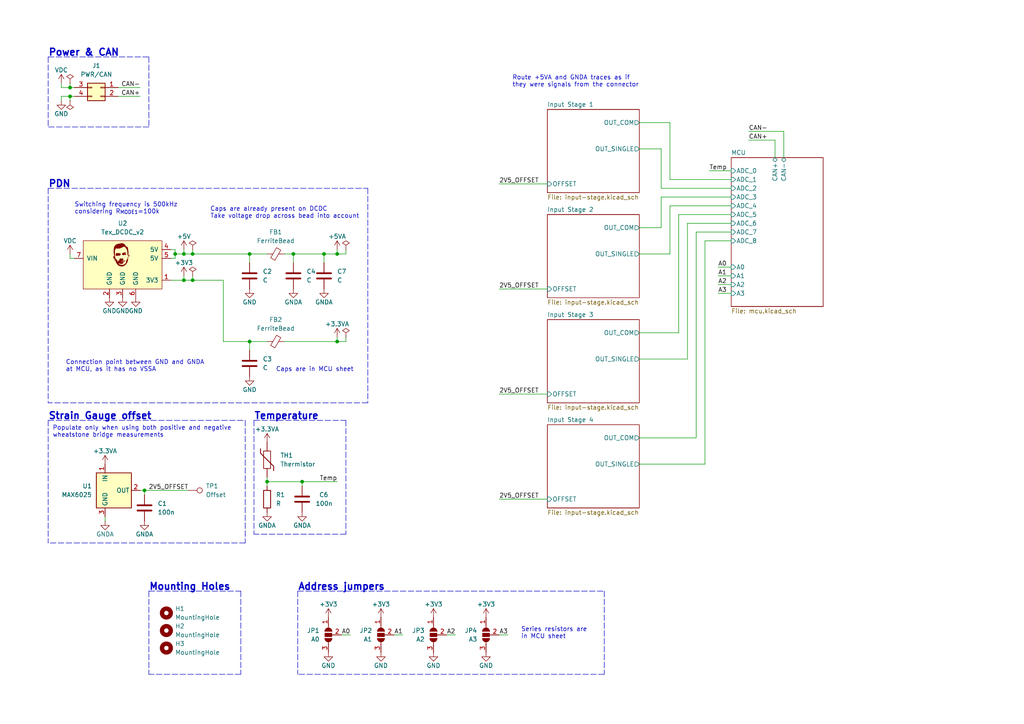
<source format=kicad_sch>
(kicad_sch (version 20211123) (generator eeschema)
  (paper "A4")
  (title_block (title "An2CAN") (date "2022-04-19") (rev "V0") (company "E-Agle TRT") (comment 1 "Thomas Nonis"))
  (lib_symbols
    (symbol "+3.3VA_1" (power) (pin_names (offset 0))
      (property "Value" "+3.3VA_1" (at 0 3.556 0))
      (symbol "+3.3VA_1_1_1"
        (pin power_in line (at 0 0 90) (length 0) hide (name "+3.3VA") (number "1"))
      )
    )
    (symbol "+5VA_1" (power) (pin_names (offset 0))
      (property "Value" "+5VA_1" (at 0 3.556 0))
      (symbol "+5VA_1_1_1"
        (pin power_in line (at 0 0 90) (length 0) hide (name "+5VA") (number "1"))
      )
    )
    (symbol "Connector:TestPoint" (pin_numbers hide) (pin_names (offset 0.762) hide)
      (property "Reference" "TP" (at 0 6.858 0))
      (property "Value" "TestPoint" (at 0 5.08 0))
      (symbol "TestPoint_1_1"
        (pin passive line (at 0 0 90) (length 2.54) (name "1") (number "1"))
      )
    )
    (symbol "Connector_Generic:Conn_02x02_Top_Bottom" (pin_names (offset 1.016) hide)
      (property "Reference" "J" (at 1.27 2.54 0))
      (property "Value" "Conn_02x02_Top_Bottom" (at 1.27 -5.08 0))
      (symbol "Conn_02x02_Top_Bottom_1_1"
        (pin passive line (at -5.08 0 0) (length 3.81) (name "Pin_1") (number "1"))
        (pin passive line (at -5.08 -2.54 0) (length 3.81) (name "Pin_2") (number "2"))
        (pin passive line (at 7.62 0 180) (length 3.81) (name "Pin_3") (number "3"))
        (pin passive line (at 7.62 -2.54 180) (length 3.81) (name "Pin_4") (number "4"))
      )
    )
    (symbol "Device:C" (pin_numbers hide) (pin_names (offset 0.254))
      (property "Reference" "C" (at 0.635 2.54 0))
      (property "Value" "C" (at 0.635 -2.54 0))
      (symbol "C_1_1"
        (pin passive line (at 0 3.81 270) (length 2.794) (name "~") (number "1"))
        (pin passive line (at 0 -3.81 90) (length 2.794) (name "~") (number "2"))
      )
    )
    (symbol "Device:FerriteBead_Small" (pin_numbers hide) (pin_names (offset 0))
      (property "Reference" "FB" (at 1.905 1.27 0))
      (property "Value" "FerriteBead_Small" (at 1.905 -1.27 0))
      (symbol "FerriteBead_Small_1_1"
        (pin passive line (at 0 2.54 270) (length 1.27) (name "~") (number "1"))
        (pin passive line (at 0 -2.54 90) (length 1.27) (name "~") (number "2"))
      )
    )
    (symbol "Device:R" (pin_numbers hide) (pin_names (offset 0))
      (property "Reference" "R" (at 2.032 0 90))
      (property "Value" "R" (at 0 0 90))
      (symbol "R_1_1"
        (pin passive line (at 0 3.81 270) (length 1.27) (name "~") (number "1"))
        (pin passive line (at 0 -3.81 90) (length 1.27) (name "~") (number "2"))
      )
    )
    (symbol "Device:Thermistor" (pin_numbers hide) (pin_names (offset 0))
      (property "Reference" "TH" (at 2.54 1.27 90))
      (property "Value" "Thermistor" (at -2.54 0 90))
      (symbol "Thermistor_1_1"
        (pin passive line (at 0 5.08 270) (length 2.54) (name "~") (number "1"))
        (pin passive line (at 0 -5.08 90) (length 2.54) (name "~") (number "2"))
      )
    )
    (symbol "Eagle_Main:Tex_DCDC_v2" (pin_names (offset 1.016))
      (property "Reference" "U" (at -1.27 12.7 0))
      (property "Value" "Tex_DCDC_v2" (at -1.27 10.16 0))
      (symbol "Tex_DCDC_v2_1_1"
        (pin power_out line (at 13.97 -2.54 180) (length 2.54) (name "3V3") (number "1"))
        (pin power_out line (at -3.81 -7.62 90) (length 2.54) (name "GND") (number "2"))
        (pin power_out line (at 0 -7.62 90) (length 2.54) (name "GND") (number "3"))
        (pin power_out line (at 13.97 6.35 180) (length 2.54) (name "5V") (number "4"))
        (pin power_out line (at 13.97 3.81 180) (length 2.54) (name "5V") (number "5"))
        (pin power_out line (at 3.81 -7.62 90) (length 2.54) (name "GND") (number "6"))
        (pin power_in line (at -13.97 3.81 0) (length 2.54) (name "VIN") (number "7"))
      )
    )
    (symbol "GNDA_1" (power) (pin_names (offset 0))
      (property "Value" "GNDA_1" (at 0 -3.81 0))
      (symbol "GNDA_1_1_1"
        (pin power_in line (at 0 0 270) (length 0) hide (name "GNDA") (number "1"))
      )
    )
    (symbol "Jumper:SolderJumper_3_Open" (pin_names (offset 0) hide)
      (property "Reference" "JP" (at -2.54 -2.54 0))
      (property "Value" "SolderJumper_3_Open" (at 0 2.794 0))
      (symbol "SolderJumper_3_Open_1_1"
        (pin passive line (at -5.08 0 0) (length 2.54) (name "A") (number "1"))
        (pin passive line (at 0 -3.81 90) (length 2.54) (name "C") (number "2"))
        (pin passive line (at 5.08 0 180) (length 2.54) (name "B") (number "3"))
      )
    )
    (symbol "Mechanical:MountingHole" (pin_names (offset 1.016))
      (property "Reference" "H" (at 0 5.08 0))
      (property "Value" "MountingHole" (at 0 3.175 0))
    )
    (symbol "Reference_Voltage:MAX6100"
      (property "Reference" "U" (at 0 6.35 0))
      (property "Value" "MAX6100" (at 2.54 -6.35 0))
      (symbol "MAX6100_1_1"
        (pin power_in line (at -2.54 7.62 270) (length 2.54) (name "IN") (number "1"))
        (pin power_out line (at 7.62 0 180) (length 2.54) (name "OUT") (number "2"))
        (pin power_in line (at -2.54 -7.62 90) (length 2.54) (name "GND") (number "3"))
      )
    )
    (symbol "power:+3.3VA" (power) (pin_names (offset 0))
      (property "Value" "+3.3VA" (at 0 3.556 0))
      (symbol "+3.3VA_1_1"
        (pin power_in line (at 0 0 90) (length 0) hide (name "+3.3VA") (number "1"))
      )
    )
    (symbol "power:+3V3" (power) (pin_names (offset 0))
      (property "Value" "+3V3" (at 0 3.556 0))
      (symbol "+3V3_1_1"
        (pin power_in line (at 0 0 90) (length 0) hide (name "+3V3") (number "1"))
      )
    )
    (symbol "power:+5V" (power) (pin_names (offset 0))
      (property "Value" "+5V" (at 0 3.556 0))
      (symbol "+5V_1_1"
        (pin power_in line (at 0 0 90) (length 0) hide (name "+5V") (number "1"))
      )
    )
    (symbol "power:GND" (power) (pin_names (offset 0))
      (property "Value" "GND" (at 0 -3.81 0))
      (symbol "GND_1_1"
        (pin power_in line (at 0 0 270) (length 0) hide (name "GND") (number "1"))
      )
    )
    (symbol "power:GNDA" (power) (pin_names (offset 0))
      (property "Value" "GNDA" (at 0 -3.81 0))
      (symbol "GNDA_1_1"
        (pin power_in line (at 0 0 270) (length 0) hide (name "GNDA") (number "1"))
      )
    )
    (symbol "power:PWR_FLAG" (power) (pin_numbers hide) (pin_names (offset 0) hide)
      (property "Value" "PWR_FLAG" (at 0 3.81 0))
      (symbol "PWR_FLAG_0_0"
        (pin power_out line (at 0 0 90) (length 0) (name "pwr") (number "1"))
      )
    )
    (symbol "power:VDC" (power) (pin_names (offset 0))
      (property "Value" "VDC" (at 0 6.35 0))
      (symbol "VDC_1_1"
        (pin power_in line (at 0 0 90) (length 0) hide (name "VDC") (number "1"))
      )
    )
  )
  (junction (at 72.39 99.06))
  (junction (at 97.79 73.66))
  (junction (at 55.88 73.66))
  (junction (at 20.32 25.4))
  (junction (at 93.98 73.66))
  (junction (at 87.63 139.7))
  (junction (at 50.8 73.66))
  (junction (at 53.34 73.66))
  (junction (at 53.34 81.28))
  (junction (at 20.32 27.94))
  (junction (at 77.47 139.7))
  (junction (at 55.88 81.28))
  (junction (at 72.39 73.66))
  (junction (at 85.09 73.66))
  (junction (at 97.79 99.06))
  (junction (at 41.91 142.24))
  (wire (pts (xy 87.63 139.7) (xy 97.79 139.7)))
  (wire (pts (xy 34.29 27.94) (xy 40.64 27.94)))
  (wire (pts (xy 77.47 138.43) (xy 77.47 139.7)))
  (polyline (pts (xy 13.97 16.51) (xy 13.97 36.83)))
  (polyline (pts (xy 100.33 154.94) (xy 73.66 154.94)))
  (wire (pts (xy 64.77 99.06) (xy 72.39 99.06)))
  (polyline (pts (xy 86.36 171.45) (xy 175.26 171.45)))
  (wire (pts (xy 87.63 140.97) (xy 87.63 139.7)))
  (wire (pts (xy 40.64 142.24) (xy 41.91 142.24)))
  (wire (pts (xy 201.93 127) (xy 201.93 67.31)))
  (wire (pts (xy 55.88 80.01) (xy 55.88 81.28)))
  (polyline (pts (xy 43.18 16.51) (xy 43.18 36.83)))
  (wire (pts (xy 224.79 40.64) (xy 224.79 45.72)))
  (wire (pts (xy 97.79 97.79) (xy 97.79 99.06)))
  (wire (pts (xy 191.77 54.61) (xy 212.09 54.61)))
  (wire (pts (xy 53.34 80.01) (xy 53.34 81.28)))
  (wire (pts (xy 53.34 73.66) (xy 55.88 73.66)))
  (wire (pts (xy 20.32 24.13) (xy 20.32 25.4)))
  (polyline (pts (xy 43.18 171.45) (xy 69.85 171.45)))
  (wire (pts (xy 194.31 35.56) (xy 194.31 52.07)))
  (wire (pts (xy 20.32 73.66) (xy 20.32 74.93)))
  (wire (pts (xy 194.31 73.66) (xy 194.31 59.69)))
  (wire (pts (xy 20.32 27.94) (xy 21.59 27.94)))
  (polyline (pts (xy 86.36 171.45) (xy 86.36 195.58)))
  (wire (pts (xy 194.31 52.07) (xy 212.09 52.07)))
  (wire (pts (xy 64.77 81.28) (xy 55.88 81.28)))
  (polyline (pts (xy 69.85 171.45) (xy 69.85 195.58)))
  (wire (pts (xy 97.79 73.66) (xy 93.98 73.66)))
  (wire (pts (xy 53.34 72.39) (xy 53.34 73.66)))
  (wire (pts (xy 185.42 73.66) (xy 194.31 73.66)))
  (wire (pts (xy 49.53 72.39) (xy 50.8 72.39)))
  (wire (pts (xy 191.77 43.18) (xy 191.77 54.61)))
  (polyline (pts (xy 71.12 157.48) (xy 13.97 157.48)))
  (wire (pts (xy 55.88 73.66) (xy 72.39 73.66)))
  (polyline (pts (xy 13.97 54.61) (xy 13.97 116.84)))
  (wire (pts (xy 87.63 139.7) (xy 77.47 139.7)))
  (polyline (pts (xy 13.97 16.51) (xy 43.18 16.51)))
  (polyline (pts (xy 71.12 121.92) (xy 71.12 157.48)))
  (wire (pts (xy 217.17 38.1) (xy 227.33 38.1)))
  (wire (pts (xy 53.34 81.28) (xy 49.53 81.28)))
  (wire (pts (xy 144.78 53.34) (xy 158.75 53.34)))
  (wire (pts (xy 185.42 96.52) (xy 196.85 96.52)))
  (wire (pts (xy 53.34 81.28) (xy 55.88 81.28)))
  (wire (pts (xy 50.8 73.66) (xy 53.34 73.66)))
  (wire (pts (xy 20.32 25.4) (xy 21.59 25.4)))
  (wire (pts (xy 17.78 29.21) (xy 17.78 27.94)))
  (wire (pts (xy 144.78 144.78) (xy 158.75 144.78)))
  (wire (pts (xy 196.85 62.23) (xy 212.09 62.23)))
  (wire (pts (xy 100.33 72.39) (xy 100.33 73.66)))
  (wire (pts (xy 17.78 25.4) (xy 20.32 25.4)))
  (wire (pts (xy 144.78 114.3) (xy 158.75 114.3)))
  (wire (pts (xy 64.77 99.06) (xy 64.77 81.28)))
  (wire (pts (xy 185.42 66.04) (xy 191.77 66.04)))
  (wire (pts (xy 185.42 43.18) (xy 191.77 43.18)))
  (wire (pts (xy 204.47 134.62) (xy 185.42 134.62)))
  (wire (pts (xy 199.39 64.77) (xy 199.39 104.14)))
  (polyline (pts (xy 175.26 171.45) (xy 175.26 195.58)))
  (wire (pts (xy 30.48 151.13) (xy 30.48 149.86)))
  (wire (pts (xy 20.32 74.93) (xy 21.59 74.93)))
  (wire (pts (xy 191.77 57.15) (xy 212.09 57.15)))
  (wire (pts (xy 204.47 69.85) (xy 204.47 134.62)))
  (wire (pts (xy 72.39 99.06) (xy 77.47 99.06)))
  (wire (pts (xy 144.78 83.82) (xy 158.75 83.82)))
  (polyline (pts (xy 13.97 121.92) (xy 71.12 121.92)))
  (polyline (pts (xy 69.85 195.58) (xy 43.18 195.58)))
  (wire (pts (xy 185.42 127) (xy 201.93 127)))
  (polyline (pts (xy 175.26 195.58) (xy 86.36 195.58)))
  (wire (pts (xy 72.39 73.66) (xy 77.47 73.66)))
  (polyline (pts (xy 73.66 121.92) (xy 73.66 154.94)))
  (wire (pts (xy 208.28 82.55) (xy 212.09 82.55)))
  (polyline (pts (xy 13.97 121.92) (xy 13.97 157.48)))
  (wire (pts (xy 85.09 76.2) (xy 85.09 73.66)))
  (wire (pts (xy 132.08 184.15) (xy 129.54 184.15)))
  (wire (pts (xy 72.39 101.6) (xy 72.39 99.06)))
  (wire (pts (xy 50.8 73.66) (xy 50.8 72.39)))
  (wire (pts (xy 208.28 85.09) (xy 212.09 85.09)))
  (wire (pts (xy 72.39 76.2) (xy 72.39 73.66)))
  (polyline (pts (xy 106.68 116.84) (xy 13.97 116.84)))
  (wire (pts (xy 147.32 184.15) (xy 144.78 184.15)))
  (wire (pts (xy 49.53 74.93) (xy 50.8 74.93)))
  (wire (pts (xy 77.47 139.7) (xy 77.47 140.97)))
  (wire (pts (xy 82.55 99.06) (xy 97.79 99.06)))
  (wire (pts (xy 199.39 104.14) (xy 185.42 104.14)))
  (wire (pts (xy 41.91 142.24) (xy 41.91 143.51)))
  (wire (pts (xy 212.09 69.85) (xy 204.47 69.85)))
  (wire (pts (xy 85.09 73.66) (xy 93.98 73.66)))
  (wire (pts (xy 205.74 49.53) (xy 212.09 49.53)))
  (wire (pts (xy 185.42 35.56) (xy 194.31 35.56)))
  (wire (pts (xy 101.6 184.15) (xy 99.06 184.15)))
  (polyline (pts (xy 106.68 54.61) (xy 106.68 116.84)))
  (wire (pts (xy 85.09 73.66) (xy 82.55 73.66)))
  (polyline (pts (xy 73.66 121.92) (xy 100.33 121.92)))
  (wire (pts (xy 194.31 59.69) (xy 212.09 59.69)))
  (wire (pts (xy 217.17 40.64) (xy 224.79 40.64)))
  (wire (pts (xy 55.88 72.39) (xy 55.88 73.66)))
  (polyline (pts (xy 13.97 54.61) (xy 106.68 54.61)))
  (wire (pts (xy 227.33 38.1) (xy 227.33 45.72)))
  (wire (pts (xy 50.8 74.93) (xy 50.8 73.66)))
  (wire (pts (xy 17.78 27.94) (xy 20.32 27.94)))
  (wire (pts (xy 196.85 96.52) (xy 196.85 62.23)))
  (wire (pts (xy 100.33 99.06) (xy 97.79 99.06)))
  (wire (pts (xy 212.09 64.77) (xy 199.39 64.77)))
  (wire (pts (xy 17.78 24.13) (xy 17.78 25.4)))
  (wire (pts (xy 208.28 77.47) (xy 212.09 77.47)))
  (wire (pts (xy 100.33 73.66) (xy 97.79 73.66)))
  (wire (pts (xy 201.93 67.31) (xy 212.09 67.31)))
  (polyline (pts (xy 43.18 36.83) (xy 13.97 36.83)))
  (wire (pts (xy 97.79 72.39) (xy 97.79 73.66)))
  (wire (pts (xy 93.98 76.2) (xy 93.98 73.66)))
  (wire (pts (xy 34.29 25.4) (xy 40.64 25.4)))
  (wire (pts (xy 100.33 97.79) (xy 100.33 99.06)))
  (wire (pts (xy 208.28 80.01) (xy 212.09 80.01)))
  (wire (pts (xy 191.77 66.04) (xy 191.77 57.15)))
  (polyline (pts (xy 43.18 171.45) (xy 43.18 195.58)))
  (wire (pts (xy 116.84 184.15) (xy 114.3 184.15)))
  (polyline (pts (xy 100.33 121.92) (xy 100.33 154.94)))
  (wire (pts (xy 41.91 142.24) (xy 54.61 142.24)))
  (wire (pts (xy 20.32 27.94) (xy 20.32 29.21)))
  (text "Power & CAN" (at 13.97 16.51 0) (effects (font (size 2 2) (thickness 0.4) bold) (justify left bottom)))
  (text "PDN" (at 13.97 54.61 0) (effects (font (size 2 2) bold) (justify left bottom)))
  (text "Populate only when using both positive and negative\nwheatstone bridge measurements" (at 15.24 127 0) (effects (font (size 1.27 1.27)) (justify left bottom)))
  (text "Series resistors are\nin MCU sheet" (at 151.13 185.42 0) (effects (font (size 1.27 1.27)) (justify left bottom)))
  (text "Route +5VA and GNDA traces as if\nthey were signals from the connector" (at 148.59 25.4 0) (effects (font (size 1.27 1.27)) (justify left bottom)))
  (text "Connection point between GND and GNDA\nat MCU, as it has no VSSA" (at 19.05 107.95 0) (effects (font (size 1.27 1.27)) (justify left bottom)))
  (text "Mounting Holes" (at 43.18 171.45 0) (effects (font (size 2 2) (thickness 0.4) bold) (justify left bottom)))
  (text "Caps are in MCU sheet" (at 80.01 107.95 0) (effects (font (size 1.27 1.27)) (justify left bottom)))
  (text "Caps are already present on DCDC\nTake voltage drop across bead into account" (at 60.96 63.5 0) (effects (font (size 1.27 1.27)) (justify left bottom)))
  (text "Switching frequency is 500kHz\nconsidering R_{MODE1}=100k" (at 21.59 62.23 0) (effects (font (size 1.27 1.27)) (justify left bottom)))
  (text "Strain Gauge offset" (at 13.97 121.92 0) (effects (font (size 2 2) bold) (justify left bottom)))
  (text "Address jumpers" (at 86.36 171.45 0) (effects (font (size 2 2) (thickness 0.4) bold) (justify left bottom)))
  (text "Temperature" (at 73.66 121.92 0) (effects (font (size 2 2) (thickness 0.4) bold) (justify left bottom)))
  (label "Temp" (at 205.74 49.53 0))
  (label "2V5_OFFSET" (at 54.61 142.24 180))
  (label "A3" (at 208.28 85.09 0))
  (label "CAN+" (at 217.17 40.64 0))
  (label "CAN+" (at 40.64 27.94 180))
  (label "2V5_OFFSET" (at 144.78 83.82 0))
  (label "A0" (at 101.6 184.15 180))
  (label "CAN-" (at 40.64 25.4 180))
  (label "Temp" (at 97.79 139.7 180))
  (label "CAN-" (at 217.17 38.1 0))
  (label "2V5_OFFSET" (at 144.78 144.78 0))
  (label "2V5_OFFSET" (at 144.78 114.3 0))
  (label "A1" (at 208.28 80.01 0))
  (label "A2" (at 132.08 184.15 180))
  (label "A2" (at 208.28 82.55 0))
  (label "A1" (at 116.84 184.15 180))
  (label "A0" (at 208.28 77.47 0))
  (label "A3" (at 147.32 184.15 180))
  (label "2V5_OFFSET" (at 144.78 53.34 0))
  (symbol (lib_name "GNDA_1") (lib_id "power:GNDA") (at 93.98 83.82 0) (unit 1)
    (property "Reference" "#PWR021" (effects hide))
    (property "Value" "GNDA" (at 93.98 87.63 0))
  )
  (symbol (lib_id "power:+3V3") (at 95.25 179.07 0) (mirror y) (unit 1)
    (property "Reference" "#PWR023" (effects hide))
    (property "Value" "+3V3" (at 95.25 175.26 0))
  )
  (symbol (lib_id "Mechanical:MountingHole") (at 48.26 187.96 0) (unit 1)
    (property "Reference" "H3" (at 50.8 186.6899 0) (effects (justify left)))
    (property "Value" "MountingHole" (at 50.8 189.2299 0) (effects (justify left)))
    (property "Footprint" "Eagle_Main:MountingHole_3.2mm_M3_ISO14580" (effects hide))
  )
  (symbol (lib_id "power:GND") (at 140.97 189.23 0) (mirror y) (unit 1)
    (property "Reference" "#PWR032" (effects hide))
    (property "Value" "GND" (at 140.97 193.04 0))
  )
  (symbol (lib_id "Eagle_Main:Tex_DCDC_v2") (at 35.56 78.74 0) (unit 1)
    (property "Reference" "U2" (at 35.56 64.77 0))
    (property "Value" "Tex_DCDC_v2" (at 35.56 67.31 0))
    (property "Footprint" "Eagle_Main:Tex_DCDC_v2_horizontal" (effects hide))
  )
  (symbol (lib_id "power:PWR_FLAG") (at 20.32 29.21 180) (unit 1)
    (property "Reference" "#FLG02" (effects hide))
    (property "Value" "PWR_FLAG" (effects hide))
  )
  (symbol (lib_id "power:GND") (at 125.73 189.23 0) (mirror y) (unit 1)
    (property "Reference" "#PWR030" (effects hide))
    (property "Value" "GND" (at 125.73 193.04 0))
  )
  (symbol (lib_id "power:+5V") (at 53.34 72.39 0) (unit 1)
    (property "Reference" "#PWR012" (effects hide))
    (property "Value" "+5V" (at 53.34 68.58 0))
  )
  (symbol (lib_name "+3.3VA_1") (lib_id "power:+3.3VA") (at 30.48 134.62 0) (unit 1)
    (property "Reference" "#PWR04" (effects hide))
    (property "Value" "+3.3VA" (at 30.48 130.81 0))
  )
  (symbol (lib_name "+5VA_1") (lib_id "power:+5VA") (at 97.79 72.39 0) (unit 1)
    (property "Reference" "#PWR025" (effects hide))
    (property "Value" "+5VA" (at 97.79 68.58 0))
  )
  (symbol (lib_id "power:VDC") (at 20.32 73.66 0) (unit 1)
    (property "Reference" "#PWR03" (effects hide))
    (property "Value" "VDC" (at 20.32 69.85 0))
  )
  (symbol (lib_id "Jumper:SolderJumper_3_Open") (at 125.73 184.15 90) (mirror x) (unit 1)
    (property "Reference" "JP3" (at 123.19 182.8799 90) (effects (justify left)))
    (property "Value" "A2" (at 123.19 185.4199 90) (effects (justify left)))
    (property "Footprint" "Jumper:SolderJumper-3_P1.3mm_Open_RoundedPad1.0x1.5mm" (effects hide))
  )
  (symbol (lib_id "Device:FerriteBead_Small") (at 80.01 99.06 90) (unit 1)
    (property "Reference" "FB2" (at 79.9719 92.71 90))
    (property "Value" "FerriteBead" (at 79.9719 95.25 90))
    (property "Footprint" "Inductor_SMD:L_0603_1608Metric" (effects hide))
  )
  (symbol (lib_id "Mechanical:MountingHole") (at 48.26 177.8 0) (unit 1)
    (property "Reference" "H1" (at 50.8 176.5299 0) (effects (justify left)))
    (property "Value" "MountingHole" (at 50.8 179.0699 0) (effects (justify left)))
    (property "Footprint" "Eagle_Main:MountingHole_3.2mm_M3_ISO14580" (effects hide))
  )
  (symbol (lib_id "Jumper:SolderJumper_3_Open") (at 140.97 184.15 90) (mirror x) (unit 1)
    (property "Reference" "JP4" (at 138.43 182.8799 90) (effects (justify left)))
    (property "Value" "A3" (at 138.43 185.4199 90) (effects (justify left)))
    (property "Footprint" "Jumper:SolderJumper-3_P1.3mm_Open_RoundedPad1.0x1.5mm" (effects hide))
  )
  (symbol (lib_id "power:GND") (at 35.56 86.36 0) (unit 1)
    (property "Reference" "#PWR07" (effects hide))
    (property "Value" "GND" (at 35.56 90.17 0))
  )
  (symbol (lib_id "power:GNDA") (at 77.47 148.59 0) (unit 1)
    (property "Reference" "#PWR017" (effects hide))
    (property "Value" "GNDA" (at 77.47 152.4 0))
  )
  (symbol (lib_id "Device:C") (at 85.09 80.01 0) (unit 1)
    (property "Reference" "C4" (at 88.9 78.7399 0) (effects (justify left)))
    (property "Value" "C" (at 88.9 81.2799 0) (effects (justify left)))
    (property "Footprint" "Capacitor_SMD:C_0805_2012Metric" (effects hide))
  )
  (symbol (lib_id "Jumper:SolderJumper_3_Open") (at 95.25 184.15 90) (mirror x) (unit 1)
    (property "Reference" "JP1" (at 92.71 182.8799 90) (effects (justify left)))
    (property "Value" "A0" (at 92.71 185.4199 90) (effects (justify left)))
    (property "Footprint" "Jumper:SolderJumper-3_P1.3mm_Open_RoundedPad1.0x1.5mm" (effects hide))
  )
  (symbol (lib_id "Reference_Voltage:MAX6100") (at 33.02 142.24 0) (unit 1)
    (property "Reference" "U1" (at 26.67 140.9699 0) (effects (justify right)))
    (property "Value" "MAX6025" (at 26.67 143.5099 0) (effects (justify right)))
    (property "Footprint" "Package_TO_SOT_SMD:SOT-23" (effects hide))
    (property "Datasheet" "docs/datasheets/vref_max6025.pdf" (effects hide))
  )
  (symbol (lib_id "power:PWR_FLAG") (at 20.32 24.13 0) (unit 1)
    (property "Reference" "#FLG01" (effects hide))
    (property "Value" "PWR_FLAG" (effects hide))
  )
  (symbol (lib_id "power:GNDA") (at 87.63 148.59 0) (unit 1)
    (property "Reference" "#PWR020" (effects hide))
    (property "Value" "GNDA" (at 87.63 152.4 0))
  )
  (symbol (lib_id "Device:FerriteBead_Small") (at 80.01 73.66 90) (unit 1)
    (property "Reference" "FB1" (at 79.9719 67.31 90))
    (property "Value" "FerriteBead" (at 79.9719 69.85 90))
    (property "Footprint" "Inductor_SMD:L_0603_1608Metric" (effects hide))
  )
  (symbol (lib_id "power:GND") (at 110.49 189.23 0) (mirror y) (unit 1)
    (property "Reference" "#PWR028" (effects hide))
    (property "Value" "GND" (at 110.49 193.04 0))
  )
  (symbol (lib_id "power:GNDA") (at 30.48 151.13 0) (unit 1)
    (property "Reference" "#PWR05" (effects hide))
    (property "Value" "GNDA" (at 30.48 154.94 0))
  )
  (symbol (lib_id "power:VDC") (at 17.78 24.13 0) (unit 1)
    (property "Reference" "#PWR01" (effects hide))
    (property "Value" "VDC" (at 17.78 20.32 0))
  )
  (symbol (lib_id "power:+3V3") (at 53.34 80.01 0) (unit 1)
    (property "Reference" "#PWR013" (effects hide))
    (property "Value" "+3V3" (at 53.34 76.2 0))
  )
  (symbol (lib_id "power:+3.3VA") (at 77.47 128.27 0) (unit 1)
    (property "Reference" "#PWR016" (effects hide))
    (property "Value" "+3.3VA" (at 77.47 124.46 0))
  )
  (symbol (lib_id "Mechanical:MountingHole") (at 48.26 182.88 0) (unit 1)
    (property "Reference" "H2" (at 50.8 181.6099 0) (effects (justify left)))
    (property "Value" "MountingHole" (at 50.8 184.1499 0) (effects (justify left)))
    (property "Footprint" "Eagle_Main:MountingHole_3.2mm_M3_ISO14580" (effects hide))
  )
  (symbol (lib_id "Connector_Generic:Conn_02x02_Top_Bottom") (at 29.21 25.4 0) (mirror y) (unit 1)
    (property "Reference" "J1" (at 27.94 19.05 0))
    (property "Value" "PWR/CAN" (at 27.94 21.59 0))
    (property "Footprint" "Connector_Molex:Molex_Nano-Fit_105314-xx04_2x02_P2.50mm_Horizontal" (effects hide))
  )
  (symbol (lib_id "Device:C") (at 72.39 80.01 0) (unit 1)
    (property "Reference" "C2" (at 76.2 78.7399 0) (effects (justify left)))
    (property "Value" "C" (at 76.2 81.2799 0) (effects (justify left)))
    (property "Footprint" "Capacitor_SMD:C_0805_2012Metric" (effects hide))
  )
  (symbol (lib_id "power:GND") (at 72.39 109.22 0) (unit 1)
    (property "Reference" "#PWR0151" (effects hide))
    (property "Value" "GND" (at 72.39 113.03 0))
  )
  (symbol (lib_id "power:PWR_FLAG") (at 55.88 80.01 0) (unit 1)
    (property "Reference" "#FLG04" (effects hide))
    (property "Value" "PWR_FLAG" (effects hide))
  )
  (symbol (lib_id "power:GND") (at 95.25 189.23 0) (mirror y) (unit 1)
    (property "Reference" "#PWR024" (effects hide))
    (property "Value" "GND" (at 95.25 193.04 0))
  )
  (symbol (lib_id "power:GND") (at 72.39 83.82 0) (unit 1)
    (property "Reference" "#PWR0152" (effects hide))
    (property "Value" "GND" (at 72.39 87.63 0))
  )
  (symbol (lib_id "power:GND") (at 39.37 86.36 0) (unit 1)
    (property "Reference" "#PWR09" (effects hide))
    (property "Value" "GND" (at 39.37 90.17 0))
  )
  (symbol (lib_name "GNDA_1") (lib_id "power:GNDA") (at 85.09 83.82 0) (unit 1)
    (property "Reference" "#PWR018" (effects hide))
    (property "Value" "GNDA" (at 85.09 87.63 0))
  )
  (symbol (lib_id "Device:R") (at 77.47 144.78 0) (unit 1)
    (property "Reference" "R1" (at 80.01 143.5099 0) (effects (justify left)))
    (property "Value" "R" (at 80.01 146.0499 0) (effects (justify left)))
    (property "Footprint" "Resistor_SMD:R_0603_1608Metric" (effects hide))
  )
  (symbol (lib_id "power:+3V3") (at 140.97 179.07 0) (mirror y) (unit 1)
    (property "Reference" "#PWR031" (effects hide))
    (property "Value" "+3V3" (at 140.97 175.26 0))
  )
  (symbol (lib_id "power:GND") (at 31.75 86.36 0) (unit 1)
    (property "Reference" "#PWR06" (effects hide))
    (property "Value" "GND" (at 31.75 90.17 0))
  )
  (symbol (lib_id "Jumper:SolderJumper_3_Open") (at 110.49 184.15 90) (mirror x) (unit 1)
    (property "Reference" "JP2" (at 107.95 182.8799 90) (effects (justify left)))
    (property "Value" "A1" (at 107.95 185.4199 90) (effects (justify left)))
    (property "Footprint" "Jumper:SolderJumper-3_P1.3mm_Open_RoundedPad1.0x1.5mm" (effects hide))
  )
  (symbol (lib_id "Device:C") (at 41.91 147.32 180) (unit 1)
    (property "Reference" "C1" (at 45.72 146.05 0) (effects (justify right)))
    (property "Value" "100n" (at 45.72 148.59 0) (effects (justify right)))
    (property "Footprint" "Capacitor_SMD:C_0603_1608Metric" (effects hide))
  )
  (symbol (lib_id "Connector:TestPoint") (at 54.61 142.24 270) (unit 1) (in_bom no)
    (property "Reference" "TP1" (at 59.69 140.9699 90) (effects (justify left)))
    (property "Value" "Offset" (at 59.69 143.5099 90) (effects (justify left)))
    (property "Footprint" "TestPoint:TestPoint_Pad_D1.0mm" (effects hide))
  )
  (symbol (lib_id "power:PWR_FLAG") (at 55.88 72.39 0) (unit 1)
    (property "Reference" "#FLG03" (effects hide))
    (property "Value" "PWR_FLAG" (effects hide))
  )
  (symbol (lib_id "power:PWR_FLAG") (at 100.33 97.79 0) (unit 1)
    (property "Reference" "#FLG06" (effects hide))
    (property "Value" "PWR_FLAG" (effects hide))
  )
  (symbol (lib_id "power:+3V3") (at 110.49 179.07 0) (mirror y) (unit 1)
    (property "Reference" "#PWR027" (effects hide))
    (property "Value" "+3V3" (at 110.49 175.26 0))
  )
  (symbol (lib_id "Device:Thermistor") (at 77.47 133.35 0) (unit 1)
    (property "Reference" "TH1" (at 81.28 132.0799 0) (effects (justify left)))
    (property "Value" "Thermistor" (at 81.28 134.6199 0) (effects (justify left)))
    (property "Footprint" "Resistor_SMD:R_0603_1608Metric" (effects hide))
  )
  (symbol (lib_id "power:+3V3") (at 125.73 179.07 0) (mirror y) (unit 1)
    (property "Reference" "#PWR029" (effects hide))
    (property "Value" "+3V3" (at 125.73 175.26 0))
  )
  (symbol (lib_id "power:PWR_FLAG") (at 100.33 72.39 0) (unit 1)
    (property "Reference" "#FLG05" (effects hide))
    (property "Value" "PWR_FLAG" (effects hide))
  )
  (symbol (lib_id "Device:C") (at 87.63 144.78 180) (unit 1)
    (property "Reference" "C6" (at 95.25 143.51 0) (effects (justify left)))
    (property "Value" "100n" (at 96.52 146.05 0) (effects (justify left)))
    (property "Footprint" "Capacitor_SMD:C_0603_1608Metric" (effects hide))
  )
  (symbol (lib_id "Device:C") (at 93.98 80.01 0) (unit 1)
    (property "Reference" "C7" (at 97.79 78.7399 0) (effects (justify left)))
    (property "Value" "C" (at 97.79 81.2799 0) (effects (justify left)))
    (property "Footprint" "Capacitor_SMD:C_0603_1608Metric" (effects hide))
  )
  (symbol (lib_id "power:GND") (at 17.78 29.21 0) (unit 1)
    (property "Reference" "#PWR02" (effects hide))
    (property "Value" "GND" (at 17.78 33.02 0))
  )
  (symbol (lib_id "power:GNDA") (at 41.91 151.13 0) (unit 1)
    (property "Reference" "#PWR010" (effects hide))
    (property "Value" "GNDA" (at 41.91 154.94 0))
  )
  (symbol (lib_name "+3.3VA_1") (lib_id "power:+3.3VA") (at 97.79 97.79 0) (unit 1)
    (property "Reference" "#PWR026" (effects hide))
    (property "Value" "+3.3VA" (at 97.79 93.98 0))
  )
  (symbol (lib_id "Device:C") (at 72.39 105.41 0) (unit 1)
    (property "Reference" "C3" (at 76.2 104.1399 0) (effects (justify left)))
    (property "Value" "C" (at 76.2 106.6799 0) (effects (justify left)))
    (property "Footprint" "Capacitor_SMD:C_0805_2012Metric" (effects hide))
  )
  (sheet (at 212.09 45.72) (size 26.67 43.18) (stroke (width 0.1524))
    (property "Sheet name" "MCU" (at 212.09 45.0084 0) (effects (justify left bottom)))
    (property "Sheet file" "mcu.kicad_sch" (at 212.09 89.4846 0) (effects (justify left top)))
    (pin "A1" input (at 212.09 80.01 180))
    (pin "A0" input (at 212.09 77.47 180))
    (pin "A2" input (at 212.09 82.55 180))
    (pin "A3" input (at 212.09 85.09 180))
    (pin "ADC_2" input (at 212.09 54.61 180))
    (pin "ADC_3" input (at 212.09 57.15 180))
    (pin "ADC_1" input (at 212.09 52.07 180))
    (pin "ADC_4" input (at 212.09 59.69 180))
    (pin "ADC_0" input (at 212.09 49.53 180))
    (pin "ADC_8" input (at 212.09 69.85 180))
    (pin "ADC_6" input (at 212.09 64.77 180))
    (pin "ADC_5" input (at 212.09 62.23 180))
    (pin "ADC_7" input (at 212.09 67.31 180))
    (pin "CAN+" bidirectional (at 224.79 45.72 90))
    (pin "CAN-" bidirectional (at 227.33 45.72 90))
  )
  (sheet (at 158.75 123.19) (size 26.67 24.13) (stroke (width 0.1524))
    (property "Sheet name" "Input Stage 4" (at 158.75 122.4784 0) (effects (justify left bottom)))
    (property "Sheet file" "input-stage.kicad_sch" (at 158.75 147.9046 0) (effects (justify left top)))
    (pin "OUT_SINGLE" output (at 185.42 134.62 0))
    (pin "OUT_COM" output (at 185.42 127 0))
    (pin "OFFSET" input (at 158.75 144.78 180))
  )
  (sheet (at 158.75 31.75) (size 26.67 24.13) (stroke (width 0.1524))
    (property "Sheet name" "Input Stage 1" (at 158.75 31.0384 0) (effects (justify left bottom)))
    (property "Sheet file" "input-stage.kicad_sch" (at 158.75 56.4646 0) (effects (justify left top)))
    (pin "OUT_SINGLE" output (at 185.42 43.18 0))
    (pin "OUT_COM" output (at 185.42 35.56 0))
    (pin "OFFSET" input (at 158.75 53.34 180))
  )
  (sheet (at 158.75 62.23) (size 26.67 24.13) (stroke (width 0.1524))
    (property "Sheet name" "Input Stage 2" (at 158.75 61.5184 0) (effects (justify left bottom)))
    (property "Sheet file" "input-stage.kicad_sch" (at 158.75 86.9446 0) (effects (justify left top)))
    (pin "OUT_SINGLE" output (at 185.42 73.66 0))
    (pin "OUT_COM" output (at 185.42 66.04 0))
    (pin "OFFSET" input (at 158.75 83.82 180))
  )
  (sheet (at 158.75 92.71) (size 26.67 24.13) (stroke (width 0.1524))
    (property "Sheet name" "Input Stage 3" (at 158.75 91.9984 0) (effects (justify left bottom)))
    (property "Sheet file" "input-stage.kicad_sch" (at 158.75 117.4246 0) (effects (justify left top)))
    (pin "OUT_SINGLE" output (at 185.42 104.14 0))
    (pin "OUT_COM" output (at 185.42 96.52 0))
    (pin "OFFSET" input (at 158.75 114.3 180))
  )
)
</source>
